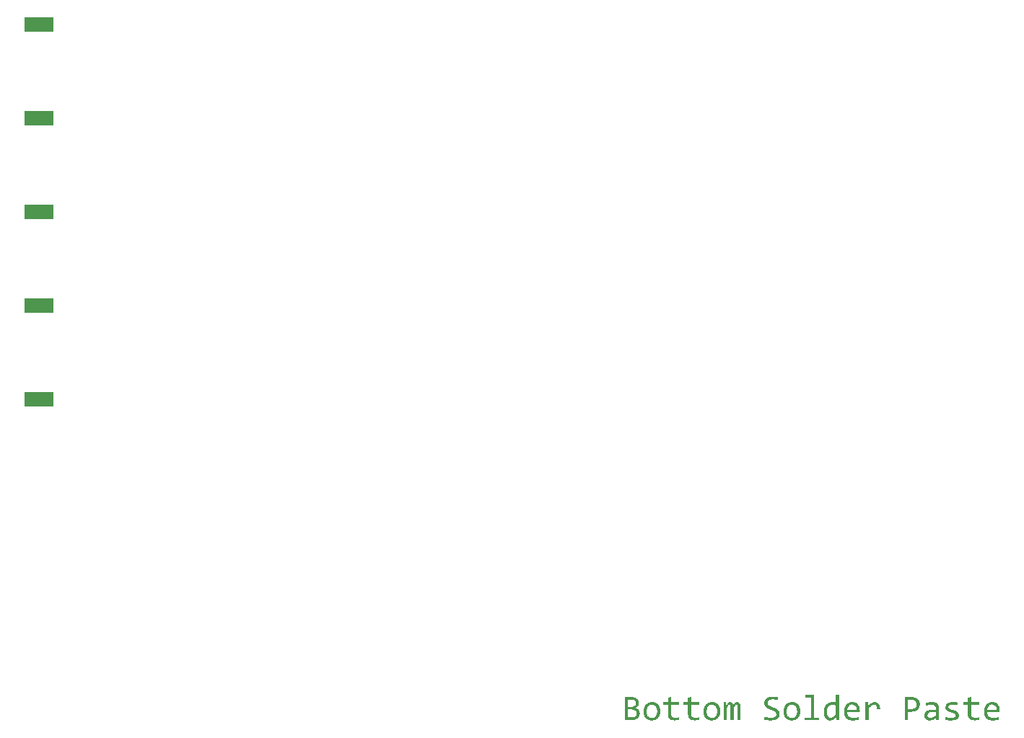
<source format=gbp>
G04*
G04 #@! TF.GenerationSoftware,Altium Limited,Altium Designer,20.0.13 (296)*
G04*
G04 Layer_Color=128*
%FSLAX25Y25*%
%MOIN*%
G70*
G01*
G75*
%ADD42R,0.13780X0.06693*%
G36*
X726192Y-224101D02*
X726411Y-224120D01*
X726520D01*
X726611Y-224138D01*
X726812Y-224156D01*
X727049Y-224193D01*
X727103D01*
X727176Y-224211D01*
X727249D01*
X727449Y-224247D01*
X727686Y-224284D01*
X727741D01*
X727814Y-224302D01*
X727887Y-224320D01*
X728087Y-224357D01*
X728288Y-224393D01*
Y-225705D01*
X728251D01*
X728178Y-225668D01*
X728051Y-225650D01*
X727887Y-225614D01*
X727704Y-225577D01*
X727486Y-225523D01*
X727012Y-225450D01*
X726994D01*
X726903Y-225432D01*
X726793Y-225413D01*
X726629Y-225395D01*
X726447Y-225377D01*
X726229Y-225359D01*
X725791Y-225341D01*
X725591D01*
X725372Y-225359D01*
X725099Y-225395D01*
X724789Y-225450D01*
X724480Y-225523D01*
X724206Y-225632D01*
X723951Y-225778D01*
X723933Y-225796D01*
X723860Y-225851D01*
X723769Y-225942D01*
X723660Y-226069D01*
X723550Y-226233D01*
X723459Y-226434D01*
X723386Y-226652D01*
X723368Y-226907D01*
Y-226926D01*
Y-226980D01*
X723386Y-227053D01*
X723405Y-227163D01*
X723478Y-227399D01*
X723532Y-227527D01*
X723605Y-227654D01*
X723623Y-227673D01*
X723641Y-227709D01*
X723696Y-227764D01*
X723769Y-227837D01*
X723969Y-228019D01*
X724225Y-228219D01*
X724243Y-228237D01*
X724297Y-228256D01*
X724370Y-228310D01*
X724498Y-228365D01*
X724625Y-228438D01*
X724771Y-228511D01*
X725136Y-228657D01*
X725154D01*
X725227Y-228693D01*
X725318Y-228729D01*
X725463Y-228784D01*
X725609Y-228839D01*
X725773Y-228912D01*
X726156Y-229076D01*
X726174D01*
X726247Y-229112D01*
X726356Y-229148D01*
X726484Y-229203D01*
X726648Y-229276D01*
X726812Y-229349D01*
X727194Y-229531D01*
X727213Y-229549D01*
X727285Y-229568D01*
X727377Y-229622D01*
X727504Y-229695D01*
X727796Y-229895D01*
X728087Y-230132D01*
X728105Y-230151D01*
X728160Y-230187D01*
X728233Y-230260D01*
X728324Y-230369D01*
X728415Y-230479D01*
X728524Y-230624D01*
X728725Y-230952D01*
X728743Y-230970D01*
X728761Y-231043D01*
X728798Y-231134D01*
X728852Y-231262D01*
X728907Y-231426D01*
X728943Y-231626D01*
X728962Y-231827D01*
X728980Y-232064D01*
Y-232100D01*
Y-232191D01*
X728962Y-232337D01*
X728943Y-232519D01*
X728907Y-232720D01*
X728834Y-232956D01*
X728761Y-233193D01*
X728652Y-233412D01*
X728634Y-233430D01*
X728597Y-233503D01*
X728524Y-233612D01*
X728433Y-233740D01*
X728306Y-233886D01*
X728160Y-234050D01*
X727978Y-234214D01*
X727777Y-234359D01*
X727759Y-234378D01*
X727686Y-234414D01*
X727559Y-234487D01*
X727413Y-234578D01*
X727213Y-234669D01*
X726994Y-234760D01*
X726739Y-234851D01*
X726447Y-234924D01*
X726411D01*
X726320Y-234961D01*
X726156Y-234979D01*
X725937Y-235015D01*
X725682Y-235052D01*
X725391Y-235070D01*
X725063Y-235106D01*
X724461D01*
X724316Y-235088D01*
X724188D01*
X723860Y-235070D01*
X723787D01*
X723714Y-235052D01*
X723605D01*
X723350Y-235015D01*
X723058Y-234979D01*
X722986D01*
X722913Y-234961D01*
X722822D01*
X722585Y-234924D01*
X722330Y-234888D01*
X722311D01*
X722275Y-234870D01*
X722202Y-234851D01*
X722129Y-234833D01*
X721929Y-234778D01*
X721710Y-234724D01*
Y-233321D01*
X721747Y-233339D01*
X721819Y-233357D01*
X721947Y-233394D01*
X722111Y-233448D01*
X722311Y-233521D01*
X722548Y-233576D01*
X722803Y-233631D01*
X723077Y-233685D01*
X723113D01*
X723204Y-233703D01*
X723368Y-233722D01*
X723587Y-233740D01*
X723842Y-233776D01*
X724133Y-233794D01*
X724461Y-233813D01*
X725081D01*
X725245Y-233794D01*
X725427D01*
X725627Y-233758D01*
X725828Y-233740D01*
X726028Y-233703D01*
X726047D01*
X726119Y-233685D01*
X726192Y-233649D01*
X726320Y-233631D01*
X726575Y-233521D01*
X726830Y-233394D01*
X726848Y-233376D01*
X726885Y-233357D01*
X726939Y-233303D01*
X727012Y-233248D01*
X727176Y-233084D01*
X727304Y-232865D01*
Y-232847D01*
X727322Y-232811D01*
X727358Y-232738D01*
X727377Y-232647D01*
X727413Y-232537D01*
X727431Y-232410D01*
X727449Y-232137D01*
Y-232118D01*
Y-232064D01*
X727431Y-231991D01*
X727413Y-231881D01*
X727340Y-231645D01*
X727285Y-231535D01*
X727194Y-231408D01*
X727176Y-231389D01*
X727158Y-231353D01*
X727103Y-231298D01*
X727030Y-231225D01*
X726939Y-231134D01*
X726830Y-231043D01*
X726557Y-230861D01*
X726538Y-230843D01*
X726484Y-230825D01*
X726411Y-230770D01*
X726302Y-230715D01*
X726174Y-230643D01*
X726028Y-230570D01*
X725664Y-230406D01*
X725646Y-230387D01*
X725573Y-230369D01*
X725482Y-230333D01*
X725336Y-230278D01*
X725190Y-230223D01*
X725008Y-230151D01*
X724625Y-230005D01*
X724607Y-229987D01*
X724534Y-229968D01*
X724443Y-229914D01*
X724316Y-229859D01*
X724152Y-229786D01*
X723988Y-229713D01*
X723605Y-229531D01*
X723587Y-229513D01*
X723514Y-229476D01*
X723423Y-229440D01*
X723295Y-229367D01*
X723168Y-229276D01*
X723004Y-229185D01*
X722694Y-228948D01*
X722676Y-228930D01*
X722639Y-228893D01*
X722567Y-228820D01*
X722475Y-228711D01*
X722384Y-228602D01*
X722275Y-228456D01*
X722075Y-228146D01*
X722056Y-228128D01*
X722038Y-228055D01*
X722002Y-227964D01*
X721965Y-227837D01*
X721910Y-227673D01*
X721874Y-227490D01*
X721856Y-227272D01*
X721838Y-227053D01*
Y-227035D01*
Y-226962D01*
X721856Y-226853D01*
X721874Y-226707D01*
X721892Y-226543D01*
X721929Y-226361D01*
X721983Y-226160D01*
X722056Y-225960D01*
X722075Y-225942D01*
X722093Y-225869D01*
X722166Y-225778D01*
X722238Y-225650D01*
X722330Y-225504D01*
X722457Y-225341D01*
X722603Y-225177D01*
X722767Y-225012D01*
X722785Y-224994D01*
X722858Y-224940D01*
X722967Y-224867D01*
X723113Y-224776D01*
X723277Y-224666D01*
X723496Y-224557D01*
X723733Y-224448D01*
X724006Y-224338D01*
X724042Y-224320D01*
X724152Y-224302D01*
X724297Y-224266D01*
X724516Y-224211D01*
X724789Y-224156D01*
X725099Y-224120D01*
X725445Y-224101D01*
X725828Y-224083D01*
X726010D01*
X726192Y-224101D01*
D02*
G37*
G36*
X756401Y-234961D02*
X755107D01*
X755053Y-233412D01*
Y-233430D01*
X755034Y-233448D01*
X754943Y-233558D01*
X754834Y-233703D01*
X754670Y-233904D01*
X754470Y-234104D01*
X754251Y-234323D01*
X754014Y-234523D01*
X753759Y-234705D01*
X753723Y-234724D01*
X753632Y-234760D01*
X753504Y-234833D01*
X753304Y-234906D01*
X753085Y-234979D01*
X752830Y-235052D01*
X752557Y-235088D01*
X752247Y-235106D01*
X752138D01*
X751992Y-235088D01*
X751828Y-235070D01*
X751646Y-235033D01*
X751427Y-234979D01*
X751227Y-234906D01*
X751008Y-234815D01*
X750990Y-234797D01*
X750917Y-234760D01*
X750826Y-234687D01*
X750698Y-234596D01*
X750552Y-234487D01*
X750407Y-234341D01*
X750261Y-234177D01*
X750115Y-233995D01*
X750097Y-233977D01*
X750061Y-233904D01*
X749988Y-233776D01*
X749915Y-233630D01*
X749824Y-233430D01*
X749732Y-233211D01*
X749641Y-232975D01*
X749569Y-232701D01*
Y-232665D01*
X749550Y-232574D01*
X749514Y-232410D01*
X749496Y-232209D01*
X749459Y-231954D01*
X749423Y-231663D01*
X749404Y-231353D01*
Y-231025D01*
Y-231007D01*
Y-230970D01*
Y-230916D01*
Y-230843D01*
X749423Y-230661D01*
X749441Y-230406D01*
X749477Y-230114D01*
X749514Y-229804D01*
X749587Y-229476D01*
X749678Y-229167D01*
Y-229148D01*
X749696Y-229130D01*
X749732Y-229021D01*
X749805Y-228875D01*
X749896Y-228693D01*
X750006Y-228474D01*
X750152Y-228237D01*
X750316Y-228001D01*
X750498Y-227782D01*
X750516Y-227764D01*
X750589Y-227691D01*
X750698Y-227582D01*
X750862Y-227454D01*
X751044Y-227326D01*
X751263Y-227181D01*
X751500Y-227053D01*
X751773Y-226926D01*
X751810Y-226907D01*
X751901Y-226871D01*
X752065Y-226835D01*
X752265Y-226780D01*
X752502Y-226725D01*
X752794Y-226671D01*
X753103Y-226652D01*
X753431Y-226634D01*
X753668D01*
X753923Y-226652D01*
X754196Y-226689D01*
X754215D01*
X754269Y-226707D01*
X754342D01*
X754433Y-226725D01*
X754688Y-226780D01*
X754962Y-226853D01*
Y-223373D01*
X756401D01*
Y-234961D01*
D02*
G37*
G36*
X809385Y-226598D02*
X809567D01*
X809986Y-226634D01*
X810004D01*
X810095Y-226652D01*
X810205D01*
X810369Y-226671D01*
X810551Y-226707D01*
X810751Y-226725D01*
X810988Y-226780D01*
X811225Y-226816D01*
Y-228092D01*
X811189D01*
X811116Y-228055D01*
X810988Y-228037D01*
X810806Y-228001D01*
X810624Y-227964D01*
X810405Y-227928D01*
X809950Y-227855D01*
X809931D01*
X809840Y-227837D01*
X809731Y-227818D01*
X809585Y-227800D01*
X809421D01*
X809257Y-227782D01*
X808893Y-227764D01*
X808711D01*
X808583Y-227782D01*
X808292Y-227800D01*
X808000Y-227855D01*
X807982D01*
X807945Y-227873D01*
X807872Y-227891D01*
X807781Y-227909D01*
X807599Y-228001D01*
X807399Y-228092D01*
X807362Y-228110D01*
X807271Y-228183D01*
X807180Y-228292D01*
X807089Y-228420D01*
X807071Y-228456D01*
X807053Y-228547D01*
X807016Y-228675D01*
X806998Y-228839D01*
Y-228857D01*
Y-228875D01*
X807016Y-228966D01*
X807034Y-229094D01*
X807071Y-229240D01*
X807089Y-229276D01*
X807144Y-229349D01*
X807253Y-229458D01*
X807399Y-229586D01*
X807417D01*
X807435Y-229622D01*
X807490Y-229640D01*
X807563Y-229695D01*
X807672Y-229750D01*
X807781Y-229804D01*
X807909Y-229859D01*
X808055Y-229932D01*
X808073D01*
X808128Y-229968D01*
X808219Y-229987D01*
X808346Y-230041D01*
X808510Y-230096D01*
X808692Y-230151D01*
X808893Y-230205D01*
X809130Y-230278D01*
X809166Y-230296D01*
X809257Y-230314D01*
X809385Y-230351D01*
X809567Y-230424D01*
X809767Y-230479D01*
X809968Y-230570D01*
X810168Y-230643D01*
X810369Y-230734D01*
X810387Y-230752D01*
X810460Y-230770D01*
X810533Y-230825D01*
X810660Y-230879D01*
X810915Y-231062D01*
X811170Y-231262D01*
X811189Y-231280D01*
X811225Y-231317D01*
X811280Y-231371D01*
X811353Y-231444D01*
X811498Y-231645D01*
X811571Y-231772D01*
X811626Y-231900D01*
Y-231918D01*
X811644Y-231954D01*
X811681Y-232045D01*
X811699Y-232137D01*
X811735Y-232264D01*
X811753Y-232392D01*
X811772Y-232719D01*
Y-232738D01*
Y-232792D01*
Y-232884D01*
X811753Y-232975D01*
X811699Y-233230D01*
X811608Y-233503D01*
Y-233521D01*
X811589Y-233558D01*
X811553Y-233630D01*
X811498Y-233703D01*
X811371Y-233904D01*
X811207Y-234122D01*
X811189Y-234141D01*
X811170Y-234159D01*
X811116Y-234214D01*
X811043Y-234268D01*
X810842Y-234414D01*
X810606Y-234578D01*
X810587D01*
X810551Y-234614D01*
X810478Y-234633D01*
X810387Y-234687D01*
X810168Y-234778D01*
X809895Y-234870D01*
X809877D01*
X809840Y-234888D01*
X809749Y-234906D01*
X809658Y-234924D01*
X809549Y-234961D01*
X809403Y-234979D01*
X809111Y-235033D01*
X809093D01*
X809039Y-235052D01*
X808966D01*
X808856Y-235070D01*
X808619Y-235088D01*
X808328Y-235106D01*
X808018D01*
X807818Y-235088D01*
X807581D01*
X807326Y-235070D01*
X806779Y-235033D01*
X806743D01*
X806670Y-235015D01*
X806524Y-234997D01*
X806360Y-234979D01*
X806142Y-234942D01*
X805923Y-234906D01*
X805431Y-234797D01*
Y-233485D01*
X805468D01*
X805559Y-233521D01*
X805686Y-233558D01*
X805868Y-233612D01*
X806087Y-233667D01*
X806324Y-233722D01*
X806852Y-233813D01*
X806889D01*
X806980Y-233831D01*
X807107Y-233849D01*
X807290D01*
X807508Y-233867D01*
X807745Y-233886D01*
X808273Y-233904D01*
X808437D01*
X808619Y-233886D01*
X808838Y-233867D01*
X809093Y-233831D01*
X809348Y-233794D01*
X809585Y-233722D01*
X809786Y-233630D01*
X809804Y-233612D01*
X809859Y-233576D01*
X809950Y-233521D01*
X810041Y-233430D01*
X810132Y-233321D01*
X810223Y-233175D01*
X810277Y-233011D01*
X810296Y-232829D01*
Y-232811D01*
Y-232792D01*
X810277Y-232701D01*
X810259Y-232574D01*
X810205Y-232446D01*
X810186Y-232410D01*
X810150Y-232337D01*
X810059Y-232228D01*
X809913Y-232100D01*
X809877Y-232064D01*
X809822Y-232045D01*
X809767Y-231991D01*
X809676Y-231954D01*
X809567Y-231900D01*
X809421Y-231827D01*
X809276Y-231772D01*
X809257D01*
X809203Y-231736D01*
X809111Y-231699D01*
X808966Y-231645D01*
X808802Y-231590D01*
X808601Y-231517D01*
X808383Y-231444D01*
X808109Y-231371D01*
X808091D01*
X808018Y-231335D01*
X807909Y-231317D01*
X807781Y-231262D01*
X807617Y-231207D01*
X807453Y-231153D01*
X807089Y-231007D01*
X807071Y-230989D01*
X807016Y-230970D01*
X806925Y-230916D01*
X806816Y-230861D01*
X806542Y-230715D01*
X806269Y-230515D01*
X806251Y-230497D01*
X806215Y-230460D01*
X806142Y-230406D01*
X806069Y-230314D01*
X805886Y-230114D01*
X805723Y-229841D01*
Y-229823D01*
X805686Y-229768D01*
X805668Y-229695D01*
X805632Y-229586D01*
X805595Y-229458D01*
X805577Y-229294D01*
X805540Y-229112D01*
Y-228930D01*
Y-228912D01*
Y-228875D01*
Y-228802D01*
X805559Y-228711D01*
X805577Y-228602D01*
X805595Y-228474D01*
X805686Y-228183D01*
Y-228165D01*
X805723Y-228110D01*
X805759Y-228037D01*
X805814Y-227928D01*
X805886Y-227818D01*
X805978Y-227691D01*
X806105Y-227545D01*
X806233Y-227417D01*
X806251Y-227399D01*
X806306Y-227363D01*
X806397Y-227290D01*
X806506Y-227199D01*
X806652Y-227108D01*
X806834Y-227017D01*
X807034Y-226907D01*
X807271Y-226816D01*
X807308Y-226798D01*
X807399Y-226780D01*
X807526Y-226743D01*
X807727Y-226689D01*
X807964Y-226652D01*
X808237Y-226616D01*
X808565Y-226598D01*
X808911Y-226579D01*
X809239D01*
X809385Y-226598D01*
D02*
G37*
G36*
X773054Y-226598D02*
X773145D01*
X773273Y-226616D01*
X773564Y-226689D01*
X773874Y-226780D01*
X774184Y-226926D01*
X774494Y-227144D01*
X774639Y-227272D01*
X774767Y-227417D01*
X774803Y-227454D01*
X774821Y-227509D01*
X774876Y-227563D01*
X774913Y-227654D01*
X774967Y-227764D01*
X775040Y-227891D01*
X775095Y-228037D01*
X775149Y-228201D01*
X775204Y-228365D01*
X775259Y-228565D01*
X775313Y-228784D01*
X775350Y-229039D01*
X775368Y-229294D01*
X775386Y-229568D01*
Y-229859D01*
X773947D01*
Y-229841D01*
Y-229804D01*
Y-229750D01*
Y-229677D01*
X773929Y-229495D01*
X773910Y-229276D01*
X773874Y-229021D01*
X773819Y-228766D01*
X773728Y-228511D01*
X773619Y-228310D01*
X773601Y-228292D01*
X773564Y-228237D01*
X773473Y-228146D01*
X773364Y-228055D01*
X773218Y-227982D01*
X773054Y-227891D01*
X772854Y-227837D01*
X772617Y-227818D01*
X772507D01*
X772453Y-227837D01*
X772271Y-227855D01*
X772052Y-227928D01*
X772034D01*
X771997Y-227946D01*
X771943Y-227964D01*
X771870Y-228001D01*
X771669Y-228110D01*
X771451Y-228256D01*
X771432Y-228274D01*
X771396Y-228292D01*
X771341Y-228347D01*
X771250Y-228401D01*
X771050Y-228602D01*
X770795Y-228839D01*
X770777Y-228857D01*
X770740Y-228893D01*
X770667Y-228966D01*
X770576Y-229076D01*
X770467Y-229203D01*
X770339Y-229331D01*
X770212Y-229495D01*
X770066Y-229677D01*
Y-234961D01*
X768627D01*
Y-226725D01*
X769920D01*
X769957Y-228256D01*
Y-228237D01*
X769993Y-228219D01*
X770084Y-228110D01*
X770230Y-227964D01*
X770412Y-227764D01*
X770631Y-227563D01*
X770868Y-227345D01*
X771123Y-227144D01*
X771396Y-226980D01*
X771432Y-226962D01*
X771524Y-226926D01*
X771651Y-226853D01*
X771852Y-226780D01*
X772052Y-226707D01*
X772307Y-226634D01*
X772562Y-226598D01*
X772835Y-226579D01*
X772963D01*
X773054Y-226598D01*
D02*
G37*
G36*
X709503Y-226598D02*
X709594Y-226616D01*
X709721Y-226652D01*
X709849Y-226707D01*
X709995Y-226780D01*
X710140Y-226871D01*
X710286Y-226998D01*
X710432Y-227163D01*
X710560Y-227363D01*
X710687Y-227582D01*
X710778Y-227855D01*
X710851Y-228183D01*
X710906Y-228547D01*
X710924Y-228966D01*
Y-234961D01*
X709503D01*
Y-229057D01*
Y-229039D01*
Y-228984D01*
Y-228930D01*
Y-228839D01*
X709484Y-228638D01*
X709466Y-228438D01*
Y-228420D01*
Y-228401D01*
X709448Y-228292D01*
X709430Y-228165D01*
X709375Y-228037D01*
X709357Y-228019D01*
X709339Y-227964D01*
X709284Y-227891D01*
X709229Y-227837D01*
X709211Y-227818D01*
X709175Y-227800D01*
X709102Y-227782D01*
X709011Y-227764D01*
X708993D01*
X708920Y-227782D01*
X708829Y-227800D01*
X708719Y-227873D01*
X708701Y-227891D01*
X708646Y-227946D01*
X708555Y-228055D01*
X708446Y-228201D01*
Y-228219D01*
X708428Y-228237D01*
X708391Y-228292D01*
X708355Y-228347D01*
X708246Y-228547D01*
X708118Y-228784D01*
Y-228802D01*
X708082Y-228857D01*
X708045Y-228930D01*
X707991Y-229039D01*
X707936Y-229167D01*
X707863Y-229312D01*
X707790Y-229495D01*
X707699Y-229677D01*
Y-234961D01*
X706278D01*
Y-229203D01*
Y-229185D01*
Y-229130D01*
Y-229057D01*
Y-228948D01*
X706260Y-228711D01*
X706241Y-228492D01*
Y-228474D01*
Y-228438D01*
X706223Y-228328D01*
X706205Y-228183D01*
X706150Y-228055D01*
X706132Y-228037D01*
X706114Y-227964D01*
X706059Y-227891D01*
X706004Y-227837D01*
X705986Y-227818D01*
X705950Y-227800D01*
X705877Y-227782D01*
X705786Y-227764D01*
X705768D01*
X705695Y-227782D01*
X705604Y-227800D01*
X705513Y-227855D01*
X705494Y-227873D01*
X705440Y-227928D01*
X705349Y-228019D01*
X705239Y-228165D01*
X705221Y-228201D01*
X705148Y-228310D01*
X705039Y-228492D01*
X704911Y-228729D01*
Y-228748D01*
X704875Y-228802D01*
X704838Y-228875D01*
X704784Y-228984D01*
X704729Y-229112D01*
X704656Y-229276D01*
X704565Y-229476D01*
X704474Y-229677D01*
Y-234961D01*
X703053D01*
Y-226725D01*
X704219D01*
X704292Y-228292D01*
X704310Y-228274D01*
X704328Y-228219D01*
X704365Y-228128D01*
X704419Y-228019D01*
X704565Y-227764D01*
X704711Y-227509D01*
X704729Y-227490D01*
X704747Y-227454D01*
X704784Y-227399D01*
X704838Y-227326D01*
X704966Y-227144D01*
X705130Y-226980D01*
X705148Y-226962D01*
X705166Y-226944D01*
X705276Y-226871D01*
X705421Y-226780D01*
X705585Y-226689D01*
X705604D01*
X705622Y-226671D01*
X705749Y-226634D01*
X705913Y-226598D01*
X706114Y-226579D01*
X706223D01*
X706351Y-226598D01*
X706496Y-226634D01*
X706660Y-226689D01*
X706824Y-226762D01*
X706988Y-226871D01*
X707134Y-227017D01*
X707152Y-227035D01*
X707189Y-227090D01*
X707243Y-227199D01*
X707316Y-227345D01*
X707371Y-227545D01*
X707426Y-227764D01*
X707462Y-228037D01*
X707480Y-228365D01*
X707499Y-228347D01*
X707517Y-228292D01*
X707553Y-228219D01*
X707608Y-228110D01*
X707735Y-227873D01*
X707863Y-227618D01*
Y-227600D01*
X707899Y-227563D01*
X707936Y-227490D01*
X707991Y-227417D01*
X708118Y-227235D01*
X708264Y-227053D01*
X708282Y-227035D01*
X708300Y-227017D01*
X708410Y-226926D01*
X708555Y-226816D01*
X708738Y-226707D01*
X708756D01*
X708792Y-226689D01*
X708847Y-226671D01*
X708920Y-226634D01*
X709120Y-226598D01*
X709357Y-226579D01*
X709430D01*
X709503Y-226598D01*
D02*
G37*
G36*
X799819Y-226598D02*
X800020Y-226616D01*
X800257Y-226652D01*
X800712Y-226743D01*
X800730D01*
X800821Y-226780D01*
X800931Y-226816D01*
X801058Y-226871D01*
X801222Y-226944D01*
X801386Y-227035D01*
X801550Y-227126D01*
X801714Y-227254D01*
X801732Y-227272D01*
X801787Y-227308D01*
X801860Y-227381D01*
X801951Y-227472D01*
X802060Y-227600D01*
X802170Y-227746D01*
X802261Y-227909D01*
X802352Y-228092D01*
X802370Y-228110D01*
X802388Y-228183D01*
X802425Y-228292D01*
X802479Y-228438D01*
X802516Y-228602D01*
X802552Y-228820D01*
X802571Y-229039D01*
X802589Y-229294D01*
Y-234961D01*
X801295D01*
X801259Y-233867D01*
X801222Y-233904D01*
X801149Y-233977D01*
X801004Y-234086D01*
X800840Y-234232D01*
X800621Y-234378D01*
X800402Y-234542D01*
X800147Y-234687D01*
X799892Y-234815D01*
X799856Y-234833D01*
X799765Y-234851D01*
X799637Y-234906D01*
X799455Y-234961D01*
X799236Y-235015D01*
X798981Y-235052D01*
X798726Y-235088D01*
X798435Y-235106D01*
X798325D01*
X798198Y-235088D01*
X798034D01*
X797833Y-235070D01*
X797633Y-235033D01*
X797232Y-234942D01*
X797214D01*
X797159Y-234906D01*
X797068Y-234870D01*
X796941Y-234815D01*
X796685Y-234651D01*
X796412Y-234451D01*
X796394Y-234432D01*
X796357Y-234396D01*
X796303Y-234323D01*
X796230Y-234232D01*
X796157Y-234122D01*
X796066Y-233995D01*
X795938Y-233703D01*
Y-233685D01*
X795920Y-233630D01*
X795902Y-233539D01*
X795865Y-233430D01*
X795847Y-233284D01*
X795811Y-233120D01*
X795793Y-232774D01*
Y-232756D01*
Y-232719D01*
Y-232647D01*
X795811Y-232574D01*
X795829Y-232465D01*
X795847Y-232337D01*
X795902Y-232064D01*
X796011Y-231754D01*
X796175Y-231426D01*
X796285Y-231262D01*
X796412Y-231116D01*
X796540Y-230970D01*
X796704Y-230825D01*
X796722D01*
X796740Y-230788D01*
X796795Y-230752D01*
X796886Y-230715D01*
X796977Y-230661D01*
X797086Y-230606D01*
X797232Y-230533D01*
X797396Y-230460D01*
X797578Y-230406D01*
X797779Y-230333D01*
X797997Y-230278D01*
X798252Y-230223D01*
X798507Y-230187D01*
X798799Y-230151D01*
X799109Y-230114D01*
X801149Y-230114D01*
Y-229403D01*
Y-229367D01*
Y-229276D01*
X801131Y-229148D01*
X801095Y-228984D01*
X801040Y-228802D01*
X800949Y-228602D01*
X800840Y-228420D01*
X800676Y-228237D01*
X800657Y-228219D01*
X800585Y-228165D01*
X800475Y-228092D01*
X800329Y-228019D01*
X800129Y-227946D01*
X799874Y-227873D01*
X799582Y-227818D01*
X799254Y-227800D01*
X798999D01*
X798817Y-227818D01*
X798598Y-227837D01*
X798380Y-227873D01*
X797870Y-227964D01*
X797833D01*
X797760Y-228001D01*
X797615Y-228037D01*
X797451Y-228074D01*
X797232Y-228146D01*
X796995Y-228219D01*
X796740Y-228310D01*
X796485Y-228401D01*
Y-227108D01*
X796503D01*
X796540Y-227090D01*
X796576Y-227071D01*
X796649Y-227053D01*
X796831Y-226998D01*
X797068Y-226926D01*
X797086D01*
X797123Y-226907D01*
X797196Y-226889D01*
X797287Y-226871D01*
X797523Y-226816D01*
X797779Y-226762D01*
X797797D01*
X797852Y-226743D01*
X797924Y-226725D01*
X798015Y-226707D01*
X798125Y-226689D01*
X798252Y-226671D01*
X798544Y-226634D01*
X798562D01*
X798617Y-226616D01*
X798690D01*
X798799Y-226598D01*
X798926D01*
X799054Y-226579D01*
X799637D01*
X799819Y-226598D01*
D02*
G37*
G36*
X790254Y-224266D02*
X790491Y-224284D01*
X790746Y-224320D01*
X791292Y-224429D01*
X791329D01*
X791420Y-224466D01*
X791547Y-224502D01*
X791730Y-224575D01*
X791930Y-224648D01*
X792130Y-224757D01*
X792349Y-224867D01*
X792568Y-225012D01*
X792586Y-225031D01*
X792659Y-225085D01*
X792768Y-225158D01*
X792896Y-225286D01*
X793041Y-225432D01*
X793187Y-225595D01*
X793333Y-225796D01*
X793461Y-226015D01*
X793479Y-226051D01*
X793515Y-226124D01*
X793570Y-226252D01*
X793624Y-226434D01*
X793679Y-226652D01*
X793734Y-226907D01*
X793770Y-227199D01*
X793788Y-227527D01*
Y-227563D01*
Y-227636D01*
X793770Y-227764D01*
X793752Y-227928D01*
X793734Y-228128D01*
X793679Y-228365D01*
X793624Y-228602D01*
X793533Y-228839D01*
X793515Y-228875D01*
X793497Y-228948D01*
X793424Y-229076D01*
X793351Y-229221D01*
X793242Y-229403D01*
X793114Y-229586D01*
X792950Y-229786D01*
X792768Y-229987D01*
X792750Y-230005D01*
X792677Y-230078D01*
X792568Y-230169D01*
X792422Y-230278D01*
X792221Y-230406D01*
X792003Y-230551D01*
X791748Y-230679D01*
X791456Y-230806D01*
X791420Y-230825D01*
X791311Y-230861D01*
X791147Y-230898D01*
X790910Y-230952D01*
X790636Y-231025D01*
X790308Y-231062D01*
X789926Y-231098D01*
X789525Y-231116D01*
X788213D01*
Y-234961D01*
X786756D01*
Y-224247D01*
X790053D01*
X790254Y-224266D01*
D02*
G37*
G36*
X744813Y-233776D02*
X747273D01*
Y-234961D01*
X740677Y-234961D01*
Y-233776D01*
X743374Y-233776D01*
Y-224539D01*
X740950Y-224539D01*
Y-223373D01*
X744813Y-223373D01*
Y-233776D01*
D02*
G37*
G36*
X660782Y-224266D02*
X661001Y-224284D01*
X661274Y-224320D01*
X661566Y-224393D01*
X661894Y-224466D01*
X662222Y-224575D01*
X662550Y-224703D01*
X662878Y-224885D01*
X663169Y-225085D01*
X663443Y-225341D01*
X663661Y-225650D01*
X663843Y-225996D01*
X663953Y-226397D01*
X663971Y-226616D01*
X663989Y-226853D01*
Y-226871D01*
Y-226889D01*
Y-226998D01*
X663971Y-227163D01*
X663935Y-227363D01*
X663880Y-227600D01*
X663807Y-227855D01*
X663716Y-228110D01*
X663570Y-228347D01*
X663552Y-228365D01*
X663497Y-228456D01*
X663388Y-228565D01*
X663260Y-228693D01*
X663078Y-228839D01*
X662841Y-229003D01*
X662568Y-229149D01*
X662240Y-229276D01*
X662258D01*
X662313Y-229294D01*
X662404Y-229312D01*
X662513Y-229331D01*
X662768Y-229422D01*
X663060Y-229549D01*
X663078D01*
X663133Y-229586D01*
X663206Y-229622D01*
X663297Y-229695D01*
X663515Y-229841D01*
X663734Y-230060D01*
X663752Y-230078D01*
X663789Y-230114D01*
X663843Y-230187D01*
X663898Y-230260D01*
X663971Y-230369D01*
X664044Y-230497D01*
X664190Y-230806D01*
Y-230825D01*
X664226Y-230879D01*
X664244Y-230970D01*
X664281Y-231080D01*
X664317Y-231225D01*
X664335Y-231389D01*
X664372Y-231754D01*
Y-231790D01*
Y-231881D01*
X664354Y-232027D01*
X664335Y-232228D01*
X664299Y-232428D01*
X664244Y-232665D01*
X664171Y-232902D01*
X664062Y-233139D01*
X664044Y-233157D01*
X664007Y-233230D01*
X663935Y-233339D01*
X663843Y-233485D01*
X663734Y-233631D01*
X663588Y-233813D01*
X663424Y-233977D01*
X663224Y-234141D01*
X663206Y-234159D01*
X663133Y-234214D01*
X663005Y-234286D01*
X662859Y-234359D01*
X662659Y-234469D01*
X662440Y-234578D01*
X662185Y-234669D01*
X661894Y-234760D01*
X661857D01*
X661766Y-234797D01*
X661602Y-234815D01*
X661402Y-234851D01*
X661147Y-234888D01*
X660855Y-234924D01*
X660527Y-234942D01*
X660181Y-234961D01*
X657430D01*
Y-224247D01*
X660600D01*
X660782Y-224266D01*
D02*
G37*
G36*
X817402Y-226725D02*
X821118D01*
Y-227928D01*
X817402D01*
Y-232118D01*
Y-232137D01*
Y-232155D01*
Y-232264D01*
X817420Y-232410D01*
X817456Y-232610D01*
X817511Y-232829D01*
X817602Y-233048D01*
X817711Y-233248D01*
X817875Y-233430D01*
X817894Y-233448D01*
X817966Y-233503D01*
X818076Y-233576D01*
X818221Y-233649D01*
X818422Y-233722D01*
X818659Y-233794D01*
X818932Y-233849D01*
X819260Y-233867D01*
X819515D01*
X819643Y-233849D01*
X819807D01*
X820135Y-233813D01*
X820153D01*
X820226Y-233794D01*
X820317D01*
X820444Y-233758D01*
X820590Y-233740D01*
X820754Y-233703D01*
X821118Y-233612D01*
Y-234851D01*
X821100D01*
X821027Y-234870D01*
X820936Y-234888D01*
X820809Y-234906D01*
X820645Y-234942D01*
X820481Y-234961D01*
X820098Y-235015D01*
X820007D01*
X819916Y-235033D01*
X819770D01*
X819624Y-235052D01*
X819442D01*
X819060Y-235070D01*
X818914D01*
X818804Y-235052D01*
X818677D01*
X818531Y-235033D01*
X818185Y-234979D01*
X817821Y-234906D01*
X817438Y-234778D01*
X817074Y-234614D01*
X816891Y-234505D01*
X816746Y-234378D01*
X816709Y-234341D01*
X816618Y-234250D01*
X816509Y-234086D01*
X816363Y-233849D01*
X816217Y-233539D01*
X816108Y-233175D01*
X816017Y-232738D01*
X815980Y-232228D01*
Y-227928D01*
X813685D01*
Y-226725D01*
X815980D01*
Y-224466D01*
X817402Y-224083D01*
Y-226725D01*
D02*
G37*
G36*
X688076Y-226725D02*
X691793D01*
Y-227928D01*
X688076D01*
Y-232118D01*
Y-232137D01*
Y-232155D01*
Y-232264D01*
X688094Y-232410D01*
X688131Y-232610D01*
X688185Y-232829D01*
X688276Y-233048D01*
X688386Y-233248D01*
X688550Y-233430D01*
X688568Y-233448D01*
X688641Y-233503D01*
X688750Y-233576D01*
X688896Y-233649D01*
X689096Y-233722D01*
X689333Y-233794D01*
X689607Y-233849D01*
X689934Y-233867D01*
X690190D01*
X690317Y-233849D01*
X690481D01*
X690809Y-233813D01*
X690827D01*
X690900Y-233794D01*
X690991D01*
X691119Y-233758D01*
X691264Y-233740D01*
X691429Y-233703D01*
X691793Y-233612D01*
Y-234851D01*
X691775D01*
X691702Y-234870D01*
X691611Y-234888D01*
X691483Y-234906D01*
X691319Y-234942D01*
X691155Y-234961D01*
X690773Y-235015D01*
X690682D01*
X690590Y-235033D01*
X690445D01*
X690299Y-235052D01*
X690117D01*
X689734Y-235070D01*
X689588D01*
X689479Y-235052D01*
X689351D01*
X689206Y-235033D01*
X688860Y-234979D01*
X688495Y-234906D01*
X688112Y-234778D01*
X687748Y-234614D01*
X687566Y-234505D01*
X687420Y-234378D01*
X687384Y-234341D01*
X687293Y-234250D01*
X687183Y-234086D01*
X687038Y-233849D01*
X686892Y-233540D01*
X686782Y-233175D01*
X686691Y-232738D01*
X686655Y-232228D01*
Y-227928D01*
X684359Y-227928D01*
Y-226725D01*
X686655Y-226725D01*
Y-224466D01*
X688076Y-224083D01*
Y-226725D01*
D02*
G37*
G36*
X678838Y-226725D02*
X682555D01*
Y-227928D01*
X678838D01*
Y-232118D01*
Y-232137D01*
Y-232155D01*
Y-232264D01*
X678857Y-232410D01*
X678893Y-232610D01*
X678948Y-232829D01*
X679039Y-233048D01*
X679148Y-233248D01*
X679312Y-233430D01*
X679330Y-233448D01*
X679403Y-233503D01*
X679513Y-233576D01*
X679658Y-233649D01*
X679859Y-233722D01*
X680096Y-233794D01*
X680369Y-233849D01*
X680697Y-233867D01*
X680952D01*
X681079Y-233849D01*
X681244D01*
X681571Y-233813D01*
X681590D01*
X681663Y-233794D01*
X681754D01*
X681881Y-233758D01*
X682027Y-233740D01*
X682191Y-233703D01*
X682555Y-233612D01*
Y-234851D01*
X682537D01*
X682464Y-234870D01*
X682373Y-234888D01*
X682246Y-234906D01*
X682082Y-234942D01*
X681918Y-234961D01*
X681535Y-235015D01*
X681444D01*
X681353Y-235033D01*
X681207D01*
X681061Y-235052D01*
X680879D01*
X680497Y-235070D01*
X680351D01*
X680241Y-235052D01*
X680114D01*
X679968Y-235033D01*
X679622Y-234979D01*
X679257Y-234906D01*
X678875Y-234778D01*
X678511Y-234614D01*
X678328Y-234505D01*
X678183Y-234378D01*
X678146Y-234341D01*
X678055Y-234250D01*
X677946Y-234086D01*
X677800Y-233849D01*
X677654Y-233540D01*
X677545Y-233175D01*
X677454Y-232738D01*
X677417Y-232228D01*
Y-227928D01*
X675122D01*
Y-226725D01*
X677417D01*
Y-224466D01*
X678838Y-224083D01*
Y-226725D01*
D02*
G37*
G36*
X827423Y-226598D02*
X827623Y-226616D01*
X827860Y-226652D01*
X828115Y-226689D01*
X828370Y-226762D01*
X828625Y-226853D01*
X828662Y-226871D01*
X828734Y-226907D01*
X828862Y-226962D01*
X829026Y-227053D01*
X829190Y-227162D01*
X829390Y-227290D01*
X829572Y-227454D01*
X829755Y-227636D01*
X829773Y-227654D01*
X829828Y-227727D01*
X829919Y-227837D01*
X830010Y-227964D01*
X830119Y-228146D01*
X830247Y-228347D01*
X830356Y-228584D01*
X830447Y-228839D01*
X830465Y-228875D01*
X830484Y-228966D01*
X830520Y-229112D01*
X830575Y-229294D01*
X830611Y-229531D01*
X830647Y-229786D01*
X830666Y-230078D01*
X830684Y-230406D01*
Y-230424D01*
Y-230460D01*
Y-230515D01*
Y-230588D01*
Y-230752D01*
X830666Y-230934D01*
Y-230970D01*
Y-231062D01*
Y-231171D01*
X830647Y-231298D01*
X824872D01*
Y-231317D01*
Y-231353D01*
Y-231426D01*
X824890Y-231499D01*
Y-231608D01*
X824908Y-231736D01*
X824963Y-232027D01*
X825036Y-232337D01*
X825163Y-232665D01*
X825327Y-232975D01*
X825564Y-233248D01*
X825601Y-233284D01*
X825692Y-233357D01*
X825856Y-233467D01*
X826093Y-233576D01*
X826384Y-233703D01*
X826730Y-233813D01*
X827131Y-233886D01*
X827605Y-233922D01*
X828060D01*
X828315Y-233904D01*
X828370D01*
X828443Y-233886D01*
X828534D01*
X828771Y-233849D01*
X829008Y-233831D01*
X829026D01*
X829062Y-233813D01*
X829135D01*
X829226Y-233794D01*
X829427Y-233758D01*
X829664Y-233722D01*
X829682D01*
X829718Y-233703D01*
X829773Y-233685D01*
X829846Y-233667D01*
X830046Y-233630D01*
X830247Y-233576D01*
Y-234742D01*
X830228D01*
X830137Y-234760D01*
X830028Y-234797D01*
X829864Y-234833D01*
X829664Y-234870D01*
X829445Y-234924D01*
X829190Y-234961D01*
X828917Y-234997D01*
X828880D01*
X828789Y-235015D01*
X828643Y-235033D01*
X828461Y-235052D01*
X828224Y-235070D01*
X827969Y-235088D01*
X827696Y-235106D01*
X827222D01*
X827022Y-235088D01*
X826785Y-235070D01*
X826493Y-235033D01*
X826184Y-234997D01*
X825874Y-234924D01*
X825582Y-234833D01*
X825546Y-234815D01*
X825455Y-234778D01*
X825309Y-234705D01*
X825145Y-234614D01*
X824945Y-234505D01*
X824726Y-234359D01*
X824526Y-234195D01*
X824325Y-233995D01*
X824307Y-233977D01*
X824252Y-233904D01*
X824161Y-233776D01*
X824052Y-233630D01*
X823924Y-233430D01*
X823815Y-233211D01*
X823687Y-232938D01*
X823596Y-232665D01*
Y-232647D01*
Y-232628D01*
X823560Y-232519D01*
X823524Y-232355D01*
X823487Y-232137D01*
X823451Y-231863D01*
X823414Y-231572D01*
X823396Y-231225D01*
X823378Y-230861D01*
Y-230843D01*
Y-230825D01*
Y-230715D01*
X823396Y-230551D01*
X823414Y-230333D01*
X823432Y-230096D01*
X823487Y-229823D01*
X823542Y-229531D01*
X823615Y-229240D01*
Y-229221D01*
X823633Y-229203D01*
X823669Y-229112D01*
X823724Y-228966D01*
X823797Y-228766D01*
X823906Y-228565D01*
X824034Y-228328D01*
X824179Y-228092D01*
X824343Y-227873D01*
X824362Y-227855D01*
X824434Y-227782D01*
X824544Y-227673D01*
X824671Y-227527D01*
X824854Y-227381D01*
X825054Y-227217D01*
X825273Y-227071D01*
X825528Y-226926D01*
X825564Y-226907D01*
X825655Y-226871D01*
X825801Y-226816D01*
X825983Y-226743D01*
X826220Y-226689D01*
X826493Y-226634D01*
X826785Y-226598D01*
X827113Y-226579D01*
X827259D01*
X827423Y-226598D01*
D02*
G37*
G36*
X762760Y-226598D02*
X762960Y-226616D01*
X763197Y-226652D01*
X763452Y-226689D01*
X763707Y-226762D01*
X763962Y-226853D01*
X763999Y-226871D01*
X764072Y-226907D01*
X764199Y-226962D01*
X764363Y-227053D01*
X764527Y-227162D01*
X764727Y-227290D01*
X764910Y-227454D01*
X765092Y-227636D01*
X765110Y-227654D01*
X765165Y-227727D01*
X765256Y-227837D01*
X765347Y-227964D01*
X765456Y-228146D01*
X765584Y-228347D01*
X765693Y-228584D01*
X765784Y-228839D01*
X765802Y-228875D01*
X765821Y-228966D01*
X765857Y-229112D01*
X765912Y-229294D01*
X765948Y-229531D01*
X765985Y-229786D01*
X766003Y-230078D01*
X766021Y-230406D01*
Y-230424D01*
Y-230460D01*
Y-230515D01*
Y-230588D01*
Y-230752D01*
X766003Y-230934D01*
Y-230970D01*
Y-231062D01*
Y-231171D01*
X765985Y-231298D01*
X760209D01*
Y-231317D01*
Y-231353D01*
Y-231426D01*
X760227Y-231499D01*
Y-231608D01*
X760245Y-231736D01*
X760300Y-232027D01*
X760373Y-232337D01*
X760500Y-232665D01*
X760665Y-232975D01*
X760901Y-233248D01*
X760938Y-233284D01*
X761029Y-233357D01*
X761193Y-233467D01*
X761430Y-233576D01*
X761721Y-233703D01*
X762067Y-233813D01*
X762468Y-233886D01*
X762942Y-233922D01*
X763398D01*
X763653Y-233904D01*
X763707D01*
X763780Y-233886D01*
X763871D01*
X764108Y-233849D01*
X764345Y-233831D01*
X764363D01*
X764400Y-233813D01*
X764472D01*
X764564Y-233794D01*
X764764Y-233758D01*
X765001Y-233722D01*
X765019D01*
X765056Y-233703D01*
X765110Y-233685D01*
X765183Y-233667D01*
X765383Y-233630D01*
X765584Y-233576D01*
Y-234742D01*
X765566D01*
X765475Y-234760D01*
X765365Y-234797D01*
X765201Y-234833D01*
X765001Y-234870D01*
X764782Y-234924D01*
X764527Y-234961D01*
X764254Y-234997D01*
X764217D01*
X764126Y-235015D01*
X763980Y-235033D01*
X763798Y-235052D01*
X763561Y-235070D01*
X763306Y-235088D01*
X763033Y-235106D01*
X762559D01*
X762359Y-235088D01*
X762122Y-235070D01*
X761831Y-235033D01*
X761521Y-234997D01*
X761211Y-234924D01*
X760920Y-234833D01*
X760883Y-234815D01*
X760792Y-234778D01*
X760646Y-234705D01*
X760482Y-234614D01*
X760282Y-234505D01*
X760063Y-234359D01*
X759863Y-234195D01*
X759662Y-233995D01*
X759644Y-233977D01*
X759589Y-233904D01*
X759498Y-233776D01*
X759389Y-233630D01*
X759262Y-233430D01*
X759152Y-233211D01*
X759025Y-232938D01*
X758934Y-232665D01*
Y-232647D01*
Y-232628D01*
X758897Y-232519D01*
X758861Y-232355D01*
X758824Y-232137D01*
X758788Y-231863D01*
X758751Y-231572D01*
X758733Y-231225D01*
X758715Y-230861D01*
Y-230843D01*
Y-230825D01*
Y-230715D01*
X758733Y-230551D01*
X758751Y-230333D01*
X758770Y-230096D01*
X758824Y-229823D01*
X758879Y-229531D01*
X758952Y-229240D01*
Y-229221D01*
X758970Y-229203D01*
X759007Y-229112D01*
X759061Y-228966D01*
X759134Y-228766D01*
X759243Y-228565D01*
X759371Y-228328D01*
X759517Y-228092D01*
X759681Y-227873D01*
X759699Y-227855D01*
X759772Y-227782D01*
X759881Y-227673D01*
X760009Y-227527D01*
X760191Y-227381D01*
X760391Y-227217D01*
X760610Y-227071D01*
X760865Y-226926D01*
X760901Y-226907D01*
X760992Y-226871D01*
X761138Y-226816D01*
X761320Y-226743D01*
X761557Y-226689D01*
X761831Y-226634D01*
X762122Y-226598D01*
X762450Y-226579D01*
X762596D01*
X762760Y-226598D01*
D02*
G37*
G36*
X735047Y-226598D02*
X735248Y-226616D01*
X735503Y-226652D01*
X735758Y-226707D01*
X736031Y-226780D01*
X736304Y-226871D01*
X736341Y-226889D01*
X736432Y-226926D01*
X736559Y-226980D01*
X736723Y-227071D01*
X736906Y-227181D01*
X737106Y-227326D01*
X737306Y-227490D01*
X737489Y-227673D01*
X737507Y-227691D01*
X737562Y-227764D01*
X737653Y-227873D01*
X737762Y-228037D01*
X737889Y-228219D01*
X738017Y-228456D01*
X738126Y-228711D01*
X738236Y-228984D01*
X738254Y-229021D01*
X738272Y-229130D01*
X738327Y-229294D01*
X738381Y-229495D01*
X738418Y-229768D01*
X738473Y-230078D01*
X738491Y-230424D01*
X738509Y-230788D01*
Y-230806D01*
Y-230825D01*
Y-230879D01*
Y-230952D01*
X738491Y-231134D01*
X738473Y-231371D01*
X738436Y-231645D01*
X738400Y-231936D01*
X738327Y-232246D01*
X738236Y-232556D01*
X738217Y-232592D01*
X738181Y-232683D01*
X738126Y-232829D01*
X738035Y-233011D01*
X737926Y-233230D01*
X737798Y-233467D01*
X737634Y-233703D01*
X737452Y-233922D01*
X737434Y-233940D01*
X737361Y-234013D01*
X737252Y-234122D01*
X737106Y-234250D01*
X736924Y-234378D01*
X736723Y-234523D01*
X736468Y-234669D01*
X736213Y-234797D01*
X736177Y-234815D01*
X736086Y-234851D01*
X735940Y-234888D01*
X735740Y-234942D01*
X735485Y-235015D01*
X735211Y-235052D01*
X734901Y-235088D01*
X734555Y-235106D01*
X734410D01*
X734227Y-235088D01*
X734027Y-235070D01*
X733772Y-235033D01*
X733498Y-234997D01*
X733225Y-234924D01*
X732952Y-234833D01*
X732915Y-234815D01*
X732843Y-234778D01*
X732715Y-234724D01*
X732551Y-234633D01*
X732351Y-234523D01*
X732168Y-234378D01*
X731968Y-234214D01*
X731768Y-234031D01*
X731749Y-234013D01*
X731695Y-233940D01*
X731604Y-233831D01*
X731494Y-233667D01*
X731385Y-233485D01*
X731257Y-233248D01*
X731148Y-232993D01*
X731039Y-232720D01*
Y-232701D01*
X731021Y-232683D01*
X731002Y-232574D01*
X730966Y-232410D01*
X730911Y-232191D01*
X730857Y-231918D01*
X730820Y-231608D01*
X730802Y-231262D01*
X730784Y-230898D01*
Y-230879D01*
Y-230861D01*
Y-230806D01*
Y-230734D01*
X730802Y-230551D01*
X730820Y-230333D01*
X730838Y-230059D01*
X730893Y-229768D01*
X730948Y-229458D01*
X731039Y-229167D01*
Y-229148D01*
X731057Y-229130D01*
X731093Y-229039D01*
X731148Y-228875D01*
X731239Y-228693D01*
X731349Y-228474D01*
X731494Y-228256D01*
X731640Y-228019D01*
X731822Y-227800D01*
X731840Y-227782D01*
X731913Y-227709D01*
X732023Y-227600D01*
X732168Y-227472D01*
X732351Y-227326D01*
X732569Y-227181D01*
X732806Y-227035D01*
X733061Y-226907D01*
X733098Y-226889D01*
X733189Y-226853D01*
X733334Y-226798D01*
X733535Y-226743D01*
X733790Y-226689D01*
X734063Y-226634D01*
X734373Y-226598D01*
X734719Y-226579D01*
X734865D01*
X735047Y-226598D01*
D02*
G37*
G36*
X698097D02*
X698297Y-226616D01*
X698553Y-226652D01*
X698808Y-226707D01*
X699081Y-226780D01*
X699354Y-226871D01*
X699391Y-226889D01*
X699482Y-226926D01*
X699609Y-226980D01*
X699773Y-227071D01*
X699956Y-227181D01*
X700156Y-227326D01*
X700356Y-227490D01*
X700538Y-227673D01*
X700557Y-227691D01*
X700611Y-227764D01*
X700702Y-227873D01*
X700812Y-228037D01*
X700939Y-228219D01*
X701067Y-228456D01*
X701176Y-228711D01*
X701286Y-228984D01*
X701304Y-229021D01*
X701322Y-229130D01*
X701377Y-229294D01*
X701431Y-229495D01*
X701468Y-229768D01*
X701522Y-230078D01*
X701541Y-230424D01*
X701559Y-230788D01*
Y-230806D01*
Y-230825D01*
Y-230879D01*
Y-230952D01*
X701541Y-231134D01*
X701522Y-231371D01*
X701486Y-231645D01*
X701449Y-231936D01*
X701377Y-232246D01*
X701286Y-232556D01*
X701267Y-232592D01*
X701231Y-232683D01*
X701176Y-232829D01*
X701085Y-233011D01*
X700976Y-233230D01*
X700848Y-233467D01*
X700684Y-233703D01*
X700502Y-233922D01*
X700484Y-233940D01*
X700411Y-234013D01*
X700302Y-234122D01*
X700156Y-234250D01*
X699974Y-234378D01*
X699773Y-234523D01*
X699518Y-234669D01*
X699263Y-234797D01*
X699227Y-234815D01*
X699135Y-234851D01*
X698990Y-234888D01*
X698789Y-234942D01*
X698534Y-235015D01*
X698261Y-235052D01*
X697951Y-235088D01*
X697605Y-235106D01*
X697459D01*
X697277Y-235088D01*
X697077Y-235070D01*
X696822Y-235033D01*
X696548Y-234997D01*
X696275Y-234924D01*
X696002Y-234833D01*
X695965Y-234815D01*
X695892Y-234778D01*
X695765Y-234724D01*
X695601Y-234633D01*
X695400Y-234523D01*
X695218Y-234378D01*
X695018Y-234214D01*
X694817Y-234031D01*
X694799Y-234013D01*
X694744Y-233940D01*
X694653Y-233831D01*
X694544Y-233667D01*
X694435Y-233485D01*
X694307Y-233248D01*
X694198Y-232993D01*
X694089Y-232720D01*
Y-232701D01*
X694070Y-232683D01*
X694052Y-232574D01*
X694016Y-232410D01*
X693961Y-232191D01*
X693906Y-231918D01*
X693870Y-231608D01*
X693852Y-231262D01*
X693833Y-230898D01*
Y-230879D01*
Y-230861D01*
Y-230806D01*
Y-230734D01*
X693852Y-230551D01*
X693870Y-230333D01*
X693888Y-230059D01*
X693943Y-229768D01*
X693997Y-229458D01*
X694089Y-229167D01*
Y-229148D01*
X694107Y-229130D01*
X694143Y-229039D01*
X694198Y-228875D01*
X694289Y-228693D01*
X694398Y-228474D01*
X694544Y-228256D01*
X694690Y-228019D01*
X694872Y-227800D01*
X694890Y-227782D01*
X694963Y-227709D01*
X695073Y-227600D01*
X695218Y-227472D01*
X695400Y-227326D01*
X695619Y-227181D01*
X695856Y-227035D01*
X696111Y-226907D01*
X696147Y-226889D01*
X696239Y-226853D01*
X696384Y-226798D01*
X696585Y-226743D01*
X696840Y-226689D01*
X697113Y-226634D01*
X697423Y-226598D01*
X697769Y-226579D01*
X697915D01*
X698097Y-226598D01*
D02*
G37*
G36*
X670384Y-226598D02*
X670585Y-226616D01*
X670840Y-226652D01*
X671095Y-226707D01*
X671368Y-226780D01*
X671642Y-226871D01*
X671678Y-226889D01*
X671769Y-226926D01*
X671897Y-226980D01*
X672061Y-227071D01*
X672243Y-227181D01*
X672443Y-227326D01*
X672644Y-227490D01*
X672826Y-227673D01*
X672844Y-227691D01*
X672899Y-227764D01*
X672990Y-227873D01*
X673099Y-228037D01*
X673227Y-228219D01*
X673354Y-228456D01*
X673464Y-228711D01*
X673573Y-228984D01*
X673591Y-229021D01*
X673609Y-229130D01*
X673664Y-229294D01*
X673719Y-229495D01*
X673755Y-229768D01*
X673810Y-230078D01*
X673828Y-230424D01*
X673846Y-230788D01*
Y-230806D01*
Y-230825D01*
Y-230879D01*
Y-230952D01*
X673828Y-231134D01*
X673810Y-231371D01*
X673773Y-231645D01*
X673737Y-231936D01*
X673664Y-232246D01*
X673573Y-232556D01*
X673555Y-232592D01*
X673518Y-232683D01*
X673464Y-232829D01*
X673373Y-233011D01*
X673263Y-233230D01*
X673136Y-233467D01*
X672972Y-233703D01*
X672789Y-233922D01*
X672771Y-233940D01*
X672698Y-234013D01*
X672589Y-234122D01*
X672443Y-234250D01*
X672261Y-234378D01*
X672061Y-234523D01*
X671806Y-234669D01*
X671551Y-234797D01*
X671514Y-234815D01*
X671423Y-234851D01*
X671277Y-234888D01*
X671077Y-234942D01*
X670822Y-235015D01*
X670548Y-235052D01*
X670239Y-235088D01*
X669893Y-235106D01*
X669747D01*
X669564Y-235088D01*
X669364Y-235070D01*
X669109Y-235033D01*
X668836Y-234997D01*
X668562Y-234924D01*
X668289Y-234833D01*
X668253Y-234815D01*
X668180Y-234778D01*
X668052Y-234724D01*
X667888Y-234633D01*
X667688Y-234523D01*
X667506Y-234378D01*
X667305Y-234214D01*
X667105Y-234031D01*
X667087Y-234013D01*
X667032Y-233940D01*
X666941Y-233831D01*
X666831Y-233667D01*
X666722Y-233485D01*
X666595Y-233248D01*
X666485Y-232993D01*
X666376Y-232720D01*
Y-232701D01*
X666358Y-232683D01*
X666339Y-232574D01*
X666303Y-232410D01*
X666248Y-232191D01*
X666194Y-231918D01*
X666157Y-231608D01*
X666139Y-231262D01*
X666121Y-230898D01*
Y-230879D01*
Y-230861D01*
Y-230806D01*
Y-230734D01*
X666139Y-230551D01*
X666157Y-230333D01*
X666176Y-230060D01*
X666230Y-229768D01*
X666285Y-229458D01*
X666376Y-229167D01*
Y-229149D01*
X666394Y-229130D01*
X666431Y-229039D01*
X666485Y-228875D01*
X666576Y-228693D01*
X666686Y-228474D01*
X666831Y-228256D01*
X666977Y-228019D01*
X667160Y-227800D01*
X667178Y-227782D01*
X667251Y-227709D01*
X667360Y-227600D01*
X667506Y-227472D01*
X667688Y-227326D01*
X667907Y-227181D01*
X668143Y-227035D01*
X668398Y-226907D01*
X668435Y-226889D01*
X668526Y-226853D01*
X668672Y-226798D01*
X668872Y-226743D01*
X669127Y-226689D01*
X669401Y-226634D01*
X669710Y-226598D01*
X670056Y-226579D01*
X670202D01*
X670384Y-226598D01*
D02*
G37*
%LPC*%
G36*
X753322Y-227818D02*
X753212D01*
X753121Y-227837D01*
X752921Y-227855D01*
X752666Y-227909D01*
X752356Y-228001D01*
X752065Y-228146D01*
X751773Y-228328D01*
X751500Y-228584D01*
X751482Y-228620D01*
X751409Y-228729D01*
X751354Y-228802D01*
X751299Y-228912D01*
X751245Y-229021D01*
X751190Y-229148D01*
X751117Y-229312D01*
X751063Y-229476D01*
X751008Y-229677D01*
X750972Y-229895D01*
X750917Y-230114D01*
X750899Y-230369D01*
X750862Y-230643D01*
Y-230934D01*
Y-230952D01*
Y-231007D01*
Y-231080D01*
Y-231171D01*
X750880Y-231298D01*
Y-231444D01*
X750917Y-231772D01*
X750972Y-232137D01*
X751044Y-232501D01*
X751154Y-232847D01*
X751299Y-233157D01*
X751318Y-233193D01*
X751372Y-233266D01*
X751482Y-233394D01*
X751627Y-233521D01*
X751791Y-233649D01*
X752010Y-233776D01*
X752247Y-233849D01*
X752538Y-233886D01*
X752630D01*
X752739Y-233867D01*
X752885Y-233831D01*
X753067Y-233776D01*
X753249Y-233685D01*
X753468Y-233576D01*
X753686Y-233412D01*
X753723Y-233394D01*
X753796Y-233321D01*
X753905Y-233211D01*
X754069Y-233048D01*
X754269Y-232847D01*
X754470Y-232592D01*
X754706Y-232300D01*
X754962Y-231973D01*
Y-228165D01*
X754943D01*
X754907Y-228128D01*
X754816Y-228110D01*
X754725Y-228074D01*
X754615Y-228037D01*
X754470Y-227982D01*
X754160Y-227909D01*
X754142D01*
X754087Y-227891D01*
X754014Y-227873D01*
X753905Y-227855D01*
X753777D01*
X753632Y-227837D01*
X753322Y-227818D01*
D02*
G37*
G36*
X801149Y-231207D02*
X799145Y-231207D01*
X799018Y-231225D01*
X798726Y-231244D01*
X798416Y-231317D01*
X798398D01*
X798362Y-231335D01*
X798289Y-231353D01*
X798198Y-231389D01*
X797979Y-231499D01*
X797779Y-231626D01*
X797760D01*
X797742Y-231663D01*
X797651Y-231754D01*
X797523Y-231918D01*
X797414Y-232100D01*
Y-232118D01*
X797396Y-232155D01*
X797378Y-232209D01*
X797360Y-232282D01*
X797323Y-232483D01*
X797305Y-232719D01*
Y-232738D01*
Y-232756D01*
X797323Y-232865D01*
X797341Y-233011D01*
X797378Y-233175D01*
Y-233193D01*
X797396Y-233211D01*
X797432Y-233303D01*
X797505Y-233430D01*
X797615Y-233576D01*
X797651Y-233594D01*
X797724Y-233667D01*
X797870Y-233758D01*
X798034Y-233831D01*
X798052D01*
X798088Y-233849D01*
X798143Y-233867D01*
X798216D01*
X798416Y-233904D01*
X798671Y-233922D01*
X798763D01*
X798854Y-233904D01*
X798999Y-233886D01*
X799163Y-233849D01*
X799364Y-233794D01*
X799564Y-233722D01*
X799801Y-233630D01*
X799837Y-233612D01*
X799910Y-233576D01*
X800038Y-233503D01*
X800202Y-233394D01*
X800402Y-233266D01*
X800639Y-233102D01*
X800894Y-232920D01*
X801149Y-232683D01*
Y-231207D01*
D02*
G37*
G36*
X789689Y-225468D02*
X788213D01*
Y-229877D01*
X789689D01*
X789780Y-229859D01*
X789889D01*
X790017Y-229841D01*
X790290Y-229804D01*
X790618Y-229731D01*
X790946Y-229640D01*
X791274Y-229495D01*
X791566Y-229312D01*
X791602Y-229294D01*
X791675Y-229203D01*
X791784Y-229076D01*
X791930Y-228893D01*
X792058Y-228638D01*
X792167Y-228347D01*
X792240Y-228001D01*
X792276Y-227600D01*
Y-227582D01*
Y-227563D01*
Y-227509D01*
X792258Y-227436D01*
X792240Y-227254D01*
X792185Y-227017D01*
X792112Y-226762D01*
X791985Y-226506D01*
X791821Y-226252D01*
X791584Y-226033D01*
X791547Y-226015D01*
X791456Y-225942D01*
X791311Y-225851D01*
X791092Y-225741D01*
X790819Y-225650D01*
X790509Y-225559D01*
X790126Y-225486D01*
X789689Y-225468D01*
D02*
G37*
G36*
X660600Y-225486D02*
X658888D01*
Y-228820D01*
X660509D01*
X660618Y-228802D01*
X660764D01*
X660910Y-228784D01*
X661220Y-228729D01*
X661238D01*
X661293Y-228711D01*
X661366Y-228675D01*
X661457Y-228638D01*
X661675Y-228547D01*
X661912Y-228401D01*
X661930Y-228383D01*
X661967Y-228365D01*
X662076Y-228256D01*
X662222Y-228074D01*
X662368Y-227855D01*
Y-227837D01*
X662386Y-227800D01*
X662422Y-227727D01*
X662459Y-227618D01*
X662477Y-227509D01*
X662513Y-227363D01*
X662532Y-227053D01*
Y-227035D01*
Y-226998D01*
Y-226944D01*
X662513Y-226853D01*
X662495Y-226671D01*
X662422Y-226452D01*
Y-226434D01*
X662404Y-226397D01*
X662386Y-226343D01*
X662349Y-226288D01*
X662240Y-226124D01*
X662076Y-225960D01*
X662058Y-225942D01*
X662040Y-225923D01*
X661985Y-225887D01*
X661912Y-225832D01*
X661821Y-225778D01*
X661693Y-225723D01*
X661566Y-225668D01*
X661420Y-225614D01*
X661402D01*
X661347Y-225596D01*
X661256Y-225577D01*
X661129Y-225541D01*
X660983Y-225523D01*
X660801Y-225504D01*
X660600Y-225486D01*
D02*
G37*
G36*
X660582Y-230041D02*
X658888D01*
Y-233722D01*
X660618D01*
X660728Y-233703D01*
X660855D01*
X661129Y-233667D01*
X661438Y-233612D01*
X661748Y-233521D01*
X662040Y-233412D01*
X662295Y-233266D01*
X662313Y-233248D01*
X662386Y-233175D01*
X662495Y-233066D01*
X662604Y-232902D01*
X662714Y-232701D01*
X662823Y-232446D01*
X662896Y-232155D01*
X662914Y-231809D01*
Y-231790D01*
Y-231736D01*
Y-231663D01*
X662896Y-231572D01*
X662841Y-231335D01*
X662732Y-231080D01*
Y-231062D01*
X662696Y-231025D01*
X662659Y-230970D01*
X662604Y-230879D01*
X662459Y-230715D01*
X662240Y-230533D01*
X662222Y-230515D01*
X662185Y-230497D01*
X662113Y-230442D01*
X662021Y-230406D01*
X661894Y-230333D01*
X661766Y-230278D01*
X661438Y-230169D01*
X661420D01*
X661347Y-230151D01*
X661256Y-230132D01*
X661129Y-230096D01*
X660965Y-230078D01*
X660782Y-230060D01*
X660582Y-230041D01*
D02*
G37*
G36*
X827240Y-227727D02*
X826876D01*
X826767Y-227746D01*
X826639Y-227764D01*
X826493Y-227800D01*
X826184Y-227909D01*
X826165D01*
X826129Y-227946D01*
X826056Y-227982D01*
X825965Y-228037D01*
X825746Y-228201D01*
X825528Y-228420D01*
X825509Y-228438D01*
X825491Y-228474D01*
X825437Y-228547D01*
X825364Y-228638D01*
X825291Y-228748D01*
X825218Y-228893D01*
X825072Y-229203D01*
Y-229221D01*
X825054Y-229276D01*
X825018Y-229367D01*
X824981Y-229495D01*
X824945Y-229640D01*
X824926Y-229823D01*
X824872Y-230205D01*
X829208D01*
Y-230187D01*
Y-230114D01*
Y-230005D01*
Y-229877D01*
X829190Y-229731D01*
X829172Y-229568D01*
X829081Y-229221D01*
Y-229203D01*
X829062Y-229148D01*
X829026Y-229057D01*
X828990Y-228948D01*
X828862Y-228693D01*
X828680Y-228438D01*
X828662Y-228420D01*
X828625Y-228383D01*
X828570Y-228328D01*
X828498Y-228256D01*
X828388Y-228165D01*
X828279Y-228092D01*
X827987Y-227928D01*
X827969Y-227909D01*
X827915Y-227891D01*
X827823Y-227855D01*
X827714Y-227818D01*
X827586Y-227782D01*
X827423Y-227764D01*
X827240Y-227727D01*
D02*
G37*
G36*
X762578Y-227727D02*
X762213D01*
X762104Y-227746D01*
X761976Y-227764D01*
X761831Y-227800D01*
X761521Y-227909D01*
X761503D01*
X761466Y-227946D01*
X761393Y-227982D01*
X761302Y-228037D01*
X761084Y-228201D01*
X760865Y-228420D01*
X760847Y-228438D01*
X760828Y-228474D01*
X760774Y-228547D01*
X760701Y-228638D01*
X760628Y-228748D01*
X760555Y-228893D01*
X760409Y-229203D01*
Y-229221D01*
X760391Y-229276D01*
X760355Y-229367D01*
X760318Y-229495D01*
X760282Y-229640D01*
X760264Y-229823D01*
X760209Y-230205D01*
X764545D01*
Y-230187D01*
Y-230114D01*
Y-230005D01*
Y-229877D01*
X764527Y-229731D01*
X764509Y-229568D01*
X764418Y-229221D01*
Y-229203D01*
X764400Y-229148D01*
X764363Y-229057D01*
X764327Y-228948D01*
X764199Y-228693D01*
X764017Y-228438D01*
X763999Y-228420D01*
X763962Y-228383D01*
X763908Y-228328D01*
X763835Y-228256D01*
X763726Y-228165D01*
X763616Y-228092D01*
X763325Y-227928D01*
X763306Y-227909D01*
X763252Y-227891D01*
X763161Y-227855D01*
X763051Y-227818D01*
X762924Y-227782D01*
X762760Y-227764D01*
X762578Y-227727D01*
D02*
G37*
G36*
X734847Y-227800D02*
X734537D01*
X734410Y-227818D01*
X734264Y-227837D01*
X734082Y-227855D01*
X733899Y-227909D01*
X733717Y-227964D01*
X733535Y-228055D01*
X733517Y-228074D01*
X733462Y-228110D01*
X733371Y-228165D01*
X733280Y-228237D01*
X733152Y-228328D01*
X733025Y-228438D01*
X732788Y-228729D01*
X732770Y-228748D01*
X732733Y-228802D01*
X732697Y-228893D01*
X732624Y-229003D01*
X732551Y-229148D01*
X732496Y-229312D01*
X732423Y-229495D01*
X732369Y-229695D01*
Y-229713D01*
X732351Y-229786D01*
X732332Y-229895D01*
X732314Y-230041D01*
X732278Y-230223D01*
X732260Y-230424D01*
X732241Y-230861D01*
Y-230898D01*
Y-230989D01*
X732260Y-231134D01*
Y-231317D01*
X732278Y-231517D01*
X732314Y-231754D01*
X732405Y-232209D01*
Y-232228D01*
X732442Y-232300D01*
X732478Y-232410D01*
X732533Y-232537D01*
X732679Y-232847D01*
X732879Y-233157D01*
X732897Y-233175D01*
X732934Y-233211D01*
X733006Y-233284D01*
X733098Y-233357D01*
X733207Y-233448D01*
X733334Y-233540D01*
X733626Y-233722D01*
X733644D01*
X733699Y-233758D01*
X733808Y-233776D01*
X733918Y-233813D01*
X734082Y-233849D01*
X734245Y-233867D01*
X734446Y-233904D01*
X734756D01*
X734865Y-233886D01*
X735029Y-233867D01*
X735193Y-233849D01*
X735375Y-233794D01*
X735557Y-233740D01*
X735740Y-233667D01*
X735758Y-233649D01*
X735812Y-233612D01*
X735904Y-233558D01*
X736013Y-233485D01*
X736122Y-233394D01*
X736250Y-233266D01*
X736486Y-232993D01*
X736505Y-232975D01*
X736541Y-232920D01*
X736578Y-232829D01*
X736651Y-232720D01*
X736723Y-232574D01*
X736778Y-232410D01*
X736851Y-232228D01*
X736906Y-232027D01*
Y-232009D01*
X736924Y-231936D01*
X736960Y-231809D01*
X736978Y-231663D01*
X737015Y-231499D01*
X737033Y-231298D01*
X737051Y-230861D01*
Y-230825D01*
Y-230734D01*
Y-230588D01*
X737033Y-230406D01*
X737015Y-230205D01*
X736978Y-229968D01*
X736924Y-229750D01*
X736869Y-229531D01*
Y-229513D01*
X736833Y-229440D01*
X736796Y-229331D01*
X736742Y-229185D01*
X736596Y-228893D01*
X736505Y-228729D01*
X736395Y-228584D01*
X736377Y-228565D01*
X736341Y-228529D01*
X736268Y-228456D01*
X736177Y-228365D01*
X736067Y-228274D01*
X735940Y-228183D01*
X735630Y-228001D01*
X735612Y-227982D01*
X735557Y-227964D01*
X735466Y-227928D01*
X735339Y-227891D01*
X735193Y-227855D01*
X735029Y-227837D01*
X734847Y-227800D01*
D02*
G37*
G36*
X697897D02*
X697587D01*
X697459Y-227818D01*
X697314Y-227837D01*
X697131Y-227855D01*
X696949Y-227909D01*
X696767Y-227964D01*
X696585Y-228055D01*
X696566Y-228074D01*
X696512Y-228110D01*
X696421Y-228165D01*
X696330Y-228237D01*
X696202Y-228328D01*
X696075Y-228438D01*
X695838Y-228729D01*
X695820Y-228748D01*
X695783Y-228802D01*
X695747Y-228893D01*
X695674Y-229003D01*
X695601Y-229148D01*
X695546Y-229312D01*
X695473Y-229495D01*
X695419Y-229695D01*
Y-229713D01*
X695400Y-229786D01*
X695382Y-229895D01*
X695364Y-230041D01*
X695328Y-230223D01*
X695309Y-230424D01*
X695291Y-230861D01*
Y-230898D01*
Y-230989D01*
X695309Y-231134D01*
Y-231317D01*
X695328Y-231517D01*
X695364Y-231754D01*
X695455Y-232209D01*
Y-232228D01*
X695492Y-232300D01*
X695528Y-232410D01*
X695583Y-232537D01*
X695728Y-232847D01*
X695929Y-233157D01*
X695947Y-233175D01*
X695984Y-233211D01*
X696056Y-233284D01*
X696147Y-233357D01*
X696257Y-233448D01*
X696384Y-233540D01*
X696676Y-233722D01*
X696694D01*
X696749Y-233758D01*
X696858Y-233776D01*
X696967Y-233813D01*
X697131Y-233849D01*
X697295Y-233867D01*
X697496Y-233904D01*
X697806D01*
X697915Y-233886D01*
X698079Y-233867D01*
X698243Y-233849D01*
X698425Y-233794D01*
X698607Y-233740D01*
X698789Y-233667D01*
X698808Y-233649D01*
X698862Y-233612D01*
X698953Y-233558D01*
X699063Y-233485D01*
X699172Y-233394D01*
X699299Y-233266D01*
X699536Y-232993D01*
X699555Y-232975D01*
X699591Y-232920D01*
X699627Y-232829D01*
X699700Y-232720D01*
X699773Y-232574D01*
X699828Y-232410D01*
X699901Y-232228D01*
X699956Y-232027D01*
Y-232009D01*
X699974Y-231936D01*
X700010Y-231809D01*
X700028Y-231663D01*
X700065Y-231499D01*
X700083Y-231298D01*
X700101Y-230861D01*
Y-230825D01*
Y-230734D01*
Y-230588D01*
X700083Y-230406D01*
X700065Y-230205D01*
X700028Y-229968D01*
X699974Y-229750D01*
X699919Y-229531D01*
Y-229513D01*
X699883Y-229440D01*
X699846Y-229331D01*
X699791Y-229185D01*
X699646Y-228893D01*
X699555Y-228729D01*
X699445Y-228584D01*
X699427Y-228565D01*
X699391Y-228529D01*
X699318Y-228456D01*
X699227Y-228365D01*
X699117Y-228274D01*
X698990Y-228183D01*
X698680Y-228001D01*
X698662Y-227982D01*
X698607Y-227964D01*
X698516Y-227928D01*
X698388Y-227891D01*
X698243Y-227855D01*
X698079Y-227837D01*
X697897Y-227800D01*
D02*
G37*
G36*
X670184Y-227800D02*
X669874D01*
X669747Y-227818D01*
X669601Y-227837D01*
X669419Y-227855D01*
X669237Y-227909D01*
X669054Y-227964D01*
X668872Y-228055D01*
X668854Y-228074D01*
X668799Y-228110D01*
X668708Y-228165D01*
X668617Y-228237D01*
X668490Y-228328D01*
X668362Y-228438D01*
X668125Y-228729D01*
X668107Y-228748D01*
X668070Y-228802D01*
X668034Y-228893D01*
X667961Y-229003D01*
X667888Y-229149D01*
X667834Y-229312D01*
X667761Y-229495D01*
X667706Y-229695D01*
Y-229713D01*
X667688Y-229786D01*
X667670Y-229895D01*
X667651Y-230041D01*
X667615Y-230223D01*
X667597Y-230424D01*
X667579Y-230861D01*
Y-230898D01*
Y-230989D01*
X667597Y-231134D01*
Y-231317D01*
X667615Y-231517D01*
X667651Y-231754D01*
X667742Y-232209D01*
Y-232228D01*
X667779Y-232300D01*
X667815Y-232410D01*
X667870Y-232537D01*
X668016Y-232847D01*
X668216Y-233157D01*
X668234Y-233175D01*
X668271Y-233211D01*
X668344Y-233284D01*
X668435Y-233357D01*
X668544Y-233448D01*
X668672Y-233540D01*
X668963Y-233722D01*
X668982D01*
X669036Y-233758D01*
X669145Y-233776D01*
X669255Y-233813D01*
X669419Y-233849D01*
X669583Y-233867D01*
X669783Y-233904D01*
X670093D01*
X670202Y-233886D01*
X670366Y-233867D01*
X670530Y-233849D01*
X670712Y-233794D01*
X670894Y-233740D01*
X671077Y-233667D01*
X671095Y-233649D01*
X671150Y-233612D01*
X671241Y-233558D01*
X671350Y-233485D01*
X671459Y-233394D01*
X671587Y-233266D01*
X671824Y-232993D01*
X671842Y-232975D01*
X671878Y-232920D01*
X671915Y-232829D01*
X671988Y-232720D01*
X672061Y-232574D01*
X672115Y-232410D01*
X672188Y-232228D01*
X672243Y-232027D01*
Y-232009D01*
X672261Y-231936D01*
X672297Y-231809D01*
X672316Y-231663D01*
X672352Y-231499D01*
X672370Y-231298D01*
X672389Y-230861D01*
Y-230825D01*
Y-230734D01*
Y-230588D01*
X672370Y-230406D01*
X672352Y-230205D01*
X672316Y-229968D01*
X672261Y-229750D01*
X672206Y-229531D01*
Y-229513D01*
X672170Y-229440D01*
X672133Y-229331D01*
X672079Y-229185D01*
X671933Y-228893D01*
X671842Y-228729D01*
X671733Y-228584D01*
X671714Y-228565D01*
X671678Y-228529D01*
X671605Y-228456D01*
X671514Y-228365D01*
X671405Y-228274D01*
X671277Y-228183D01*
X670967Y-228001D01*
X670949Y-227982D01*
X670894Y-227964D01*
X670803Y-227928D01*
X670676Y-227891D01*
X670530Y-227855D01*
X670366Y-227837D01*
X670184Y-227800D01*
D02*
G37*
%LPD*%
D42*
X387008Y86614D02*
D03*
Y43307D02*
D03*
Y0D02*
D03*
Y-43307D02*
D03*
Y-86614D02*
D03*
M02*

</source>
